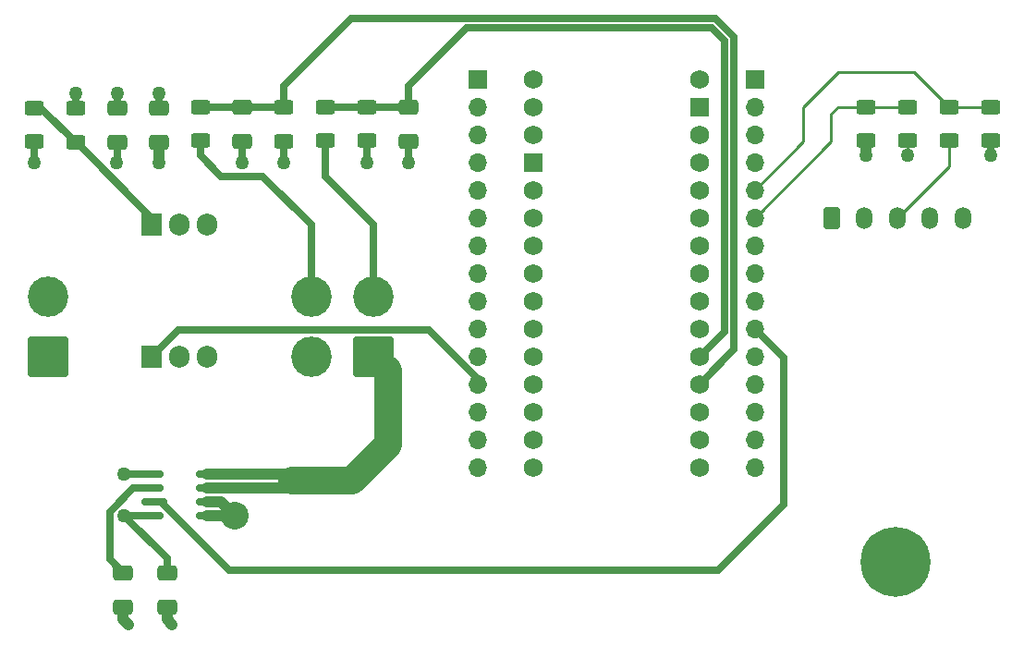
<source format=gbr>
%TF.GenerationSoftware,KiCad,Pcbnew,8.0.1*%
%TF.CreationDate,2024-03-26T10:43:21-04:00*%
%TF.ProjectId,heaterboard-3,68656174-6572-4626-9f61-72642d332e6b,3*%
%TF.SameCoordinates,Original*%
%TF.FileFunction,Copper,L1,Top*%
%TF.FilePolarity,Positive*%
%FSLAX46Y46*%
G04 Gerber Fmt 4.6, Leading zero omitted, Abs format (unit mm)*
G04 Created by KiCad (PCBNEW 8.0.1) date 2024-03-26 10:43:21*
%MOMM*%
%LPD*%
G01*
G04 APERTURE LIST*
G04 Aperture macros list*
%AMRoundRect*
0 Rectangle with rounded corners*
0 $1 Rounding radius*
0 $2 $3 $4 $5 $6 $7 $8 $9 X,Y pos of 4 corners*
0 Add a 4 corners polygon primitive as box body*
4,1,4,$2,$3,$4,$5,$6,$7,$8,$9,$2,$3,0*
0 Add four circle primitives for the rounded corners*
1,1,$1+$1,$2,$3*
1,1,$1+$1,$4,$5*
1,1,$1+$1,$6,$7*
1,1,$1+$1,$8,$9*
0 Add four rect primitives between the rounded corners*
20,1,$1+$1,$2,$3,$4,$5,0*
20,1,$1+$1,$4,$5,$6,$7,0*
20,1,$1+$1,$6,$7,$8,$9,0*
20,1,$1+$1,$8,$9,$2,$3,0*%
G04 Aperture macros list end*
%TA.AperFunction,ComponentPad*%
%ADD10C,6.400000*%
%TD*%
%TA.AperFunction,SMDPad,CuDef*%
%ADD11RoundRect,0.250000X-0.650000X0.412500X-0.650000X-0.412500X0.650000X-0.412500X0.650000X0.412500X0*%
%TD*%
%TA.AperFunction,SMDPad,CuDef*%
%ADD12RoundRect,0.250000X0.625000X-0.400000X0.625000X0.400000X-0.625000X0.400000X-0.625000X-0.400000X0*%
%TD*%
%TA.AperFunction,ComponentPad*%
%ADD13R,1.905000X2.000000*%
%TD*%
%TA.AperFunction,ComponentPad*%
%ADD14O,1.905000X2.000000*%
%TD*%
%TA.AperFunction,ComponentPad*%
%ADD15R,1.700000X1.700000*%
%TD*%
%TA.AperFunction,ComponentPad*%
%ADD16O,1.700000X1.700000*%
%TD*%
%TA.AperFunction,ComponentPad*%
%ADD17RoundRect,0.250002X1.599998X1.599998X-1.599998X1.599998X-1.599998X-1.599998X1.599998X-1.599998X0*%
%TD*%
%TA.AperFunction,ComponentPad*%
%ADD18C,3.700000*%
%TD*%
%TA.AperFunction,SMDPad,CuDef*%
%ADD19RoundRect,0.250000X-0.625000X0.400000X-0.625000X-0.400000X0.625000X-0.400000X0.625000X0.400000X0*%
%TD*%
%TA.AperFunction,SMDPad,CuDef*%
%ADD20RoundRect,0.250000X0.650000X-0.412500X0.650000X0.412500X-0.650000X0.412500X-0.650000X-0.412500X0*%
%TD*%
%TA.AperFunction,ComponentPad*%
%ADD21C,1.727200*%
%TD*%
%TA.AperFunction,ComponentPad*%
%ADD22R,1.727200X1.727200*%
%TD*%
%TA.AperFunction,ComponentPad*%
%ADD23RoundRect,0.250001X-0.499999X-0.759999X0.499999X-0.759999X0.499999X0.759999X-0.499999X0.759999X0*%
%TD*%
%TA.AperFunction,ComponentPad*%
%ADD24O,1.500000X2.020000*%
%TD*%
%TA.AperFunction,SMDPad,CuDef*%
%ADD25RoundRect,0.150000X0.825000X0.150000X-0.825000X0.150000X-0.825000X-0.150000X0.825000X-0.150000X0*%
%TD*%
%TA.AperFunction,ViaPad*%
%ADD26C,0.800000*%
%TD*%
%TA.AperFunction,ViaPad*%
%ADD27C,1.270000*%
%TD*%
%TA.AperFunction,ViaPad*%
%ADD28C,2.540000*%
%TD*%
%TA.AperFunction,Conductor*%
%ADD29C,0.635000*%
%TD*%
%TA.AperFunction,Conductor*%
%ADD30C,1.016000*%
%TD*%
%TA.AperFunction,Conductor*%
%ADD31C,2.540000*%
%TD*%
%TA.AperFunction,Conductor*%
%ADD32C,0.250000*%
%TD*%
G04 APERTURE END LIST*
D10*
%TO.P,H1,1,1*%
%TO.N,GND*%
X162750000Y-107750000D03*
%TD*%
D11*
%TO.P,C6,2*%
%TO.N,GND*%
X96000000Y-111875000D03*
%TO.P,C6,1*%
%TO.N,+5V*%
X96000000Y-108750000D03*
%TD*%
%TO.P,C5,2*%
%TO.N,GND*%
X92000000Y-111875000D03*
%TO.P,C5,1*%
%TO.N,Net-(U2-FILTER)*%
X92000000Y-108750000D03*
%TD*%
D12*
%TO.P,R7,1*%
%TO.N,Net-(J2-Pin_4)*%
X99060000Y-69140000D03*
%TO.P,R7,2*%
%TO.N,/A0*%
X99060000Y-66040000D03*
%TD*%
D11*
%TO.P,C3,1*%
%TO.N,/A0*%
X102870000Y-66040000D03*
%TO.P,C3,2*%
%TO.N,GND*%
X102870000Y-69165000D03*
%TD*%
D13*
%TO.P,Q1,1,G*%
%TO.N,/D9*%
X94630000Y-88900000D03*
D14*
%TO.P,Q1,2,D*%
%TO.N,Net-(J2-Pin_2)*%
X97170000Y-88900000D03*
%TO.P,Q1,3,S*%
%TO.N,GND*%
X99710000Y-88900000D03*
%TD*%
D15*
%TO.P,J6,1,Pin_1*%
%TO.N,+5V*%
X149860000Y-63500000D03*
D16*
%TO.P,J6,2,Pin_2*%
%TO.N,GND*%
X149860000Y-66040000D03*
%TO.P,J6,3,Pin_3*%
%TO.N,/RST2*%
X149860000Y-68580000D03*
%TO.P,J6,4,Pin_4*%
%TO.N,+5V*%
X149860000Y-71120000D03*
%TO.P,J6,5,Pin_5*%
%TO.N,/A7*%
X149860000Y-73660000D03*
%TO.P,J6,6,Pin_6*%
%TO.N,/A6*%
X149860000Y-76200000D03*
%TO.P,J6,7,Pin_7*%
%TO.N,/A5*%
X149860000Y-78740000D03*
%TO.P,J6,8,Pin_8*%
%TO.N,/A4*%
X149860000Y-81280000D03*
%TO.P,J6,9,Pin_9*%
%TO.N,/A3*%
X149860000Y-83820000D03*
%TO.P,J6,10,Pin_10*%
%TO.N,/A2*%
X149860000Y-86360000D03*
%TO.P,J6,11,Pin_11*%
%TO.N,/A1*%
X149860000Y-88900000D03*
%TO.P,J6,12,Pin_12*%
%TO.N,/A0*%
X149860000Y-91440000D03*
%TO.P,J6,13,Pin_13*%
%TO.N,/AREF*%
X149860000Y-93980000D03*
%TO.P,J6,14,Pin_14*%
%TO.N,+3V3*%
X149860000Y-96520000D03*
%TO.P,J6,15,Pin_15*%
%TO.N,/D13*%
X149860000Y-99060000D03*
%TD*%
D17*
%TO.P,J1,1,Pin_1*%
%TO.N,GND*%
X85105000Y-88900000D03*
D18*
%TO.P,J1,2,Pin_2*%
%TO.N,+12V*%
X85105000Y-83400000D03*
%TD*%
D12*
%TO.P,R2,1*%
%TO.N,Net-(U1-ADJ)*%
X87630000Y-69285000D03*
%TO.P,R2,2*%
%TO.N,GND*%
X87630000Y-66185000D03*
%TD*%
D17*
%TO.P,J2,1,Pin_1*%
%TO.N,Net-(J2-Pin_1)*%
X114935000Y-88900000D03*
D18*
%TO.P,J2,2,Pin_2*%
%TO.N,Net-(J2-Pin_2)*%
X109235000Y-88900000D03*
%TO.P,J2,3,Pin_3*%
%TO.N,Net-(J2-Pin_3)*%
X114935000Y-83400000D03*
%TO.P,J2,4,Pin_4*%
%TO.N,Net-(J2-Pin_4)*%
X109235000Y-83400000D03*
%TD*%
D13*
%TO.P,U1,1,ADJ*%
%TO.N,Net-(U1-ADJ)*%
X94615000Y-76835000D03*
D14*
%TO.P,U1,2,VO*%
%TO.N,+5V*%
X97155000Y-76835000D03*
%TO.P,U1,3,VI*%
%TO.N,+12V*%
X99695000Y-76835000D03*
%TD*%
D19*
%TO.P,R6,1*%
%TO.N,/A7*%
X171450000Y-66040000D03*
%TO.P,R6,2*%
%TO.N,GND*%
X171450000Y-69140000D03*
%TD*%
D11*
%TO.P,C4,1*%
%TO.N,/A1*%
X118110000Y-66040000D03*
%TO.P,C4,2*%
%TO.N,GND*%
X118110000Y-69165000D03*
%TD*%
D20*
%TO.P,C2,1*%
%TO.N,+5V*%
X91440000Y-69235000D03*
%TO.P,C2,2*%
%TO.N,GND*%
X91440000Y-66110000D03*
%TD*%
D21*
%TO.P,A1,3V3,3.3V*%
%TO.N,+3V3*%
X144780000Y-96520000D03*
%TO.P,A1,5V,5V*%
%TO.N,+5V*%
X144780000Y-71120000D03*
%TO.P,A1,A0,A0*%
%TO.N,/A0*%
X144780000Y-91440000D03*
%TO.P,A1,A1,A1*%
%TO.N,/A1*%
X144780000Y-88900000D03*
%TO.P,A1,A2,A2*%
%TO.N,/A2*%
X144780000Y-86360000D03*
%TO.P,A1,A3,A3*%
%TO.N,/A3*%
X144780000Y-83820000D03*
%TO.P,A1,A4,A4/SDA*%
%TO.N,/A4*%
X144780000Y-81280000D03*
%TO.P,A1,A5,A5/SCL*%
%TO.N,/A5*%
X144780000Y-78740000D03*
%TO.P,A1,A6,A6*%
%TO.N,/A6*%
X144780000Y-76200000D03*
%TO.P,A1,A7,A7*%
%TO.N,/A7*%
X144780000Y-73660000D03*
%TO.P,A1,AREF,AREF*%
%TO.N,/AREF*%
X144780000Y-93980000D03*
%TO.P,A1,D0,D0/RX*%
%TO.N,/D0*%
X129540000Y-66040000D03*
%TO.P,A1,D1,D1/TX*%
%TO.N,/D1*%
X129540000Y-63500000D03*
%TO.P,A1,D2,D2_INT0*%
%TO.N,/D2*%
X129540000Y-73660000D03*
%TO.P,A1,D3,D3_INT1*%
%TO.N,/D3*%
X129540000Y-76200000D03*
%TO.P,A1,D4,D4*%
%TO.N,/D4*%
X129540000Y-78740000D03*
%TO.P,A1,D5,D5*%
%TO.N,/D5*%
X129540000Y-81280000D03*
%TO.P,A1,D6,D6*%
%TO.N,/D6*%
X129540000Y-83820000D03*
%TO.P,A1,D7,D7*%
%TO.N,/D7*%
X129540000Y-86360000D03*
%TO.P,A1,D8,D8*%
%TO.N,/D8*%
X129540000Y-88900000D03*
%TO.P,A1,D9,D9*%
%TO.N,/D9*%
X129540000Y-91440000D03*
%TO.P,A1,D10,D10*%
%TO.N,/D10*%
X129540000Y-93980000D03*
%TO.P,A1,D11,D11_MOSI*%
%TO.N,/D11*%
X129540000Y-96520000D03*
%TO.P,A1,D12,D12_MISO*%
%TO.N,/D12*%
X129540000Y-99060000D03*
%TO.P,A1,D13,D13_SCK*%
%TO.N,/D13*%
X144780000Y-99060000D03*
D22*
%TO.P,A1,GND1,GND*%
%TO.N,GND*%
X129540000Y-71120000D03*
%TO.P,A1,GND2,GND*%
X144780000Y-66040000D03*
D21*
%TO.P,A1,RST1,RESET*%
%TO.N,/RST1*%
X129540000Y-68580000D03*
%TO.P,A1,RST2,RESET*%
%TO.N,/RST2*%
X144780000Y-68580000D03*
%TO.P,A1,VIN,VIN*%
%TO.N,+5V*%
X144780000Y-63500000D03*
%TD*%
D15*
%TO.P,J5,1,Pin_1*%
%TO.N,/D1*%
X124460000Y-63500000D03*
D16*
%TO.P,J5,2,Pin_2*%
%TO.N,/D0*%
X124460000Y-66040000D03*
%TO.P,J5,3,Pin_3*%
%TO.N,/RST1*%
X124460000Y-68580000D03*
%TO.P,J5,4,Pin_4*%
%TO.N,GND*%
X124460000Y-71120000D03*
%TO.P,J5,5,Pin_5*%
%TO.N,/D2*%
X124460000Y-73660000D03*
%TO.P,J5,6,Pin_6*%
%TO.N,/D3*%
X124460000Y-76200000D03*
%TO.P,J5,7,Pin_7*%
%TO.N,/D4*%
X124460000Y-78740000D03*
%TO.P,J5,8,Pin_8*%
%TO.N,/D5*%
X124460000Y-81280000D03*
%TO.P,J5,9,Pin_9*%
%TO.N,/D6*%
X124460000Y-83820000D03*
%TO.P,J5,10,Pin_10*%
%TO.N,/D7*%
X124460000Y-86360000D03*
%TO.P,J5,11,Pin_11*%
%TO.N,/D8*%
X124460000Y-88900000D03*
%TO.P,J5,12,Pin_12*%
%TO.N,/D9*%
X124460000Y-91440000D03*
%TO.P,J5,13,Pin_13*%
%TO.N,/D10*%
X124460000Y-93980000D03*
%TO.P,J5,14,Pin_14*%
%TO.N,/D11*%
X124460000Y-96520000D03*
%TO.P,J5,15,Pin_15*%
%TO.N,/D12*%
X124460000Y-99060000D03*
%TD*%
D19*
%TO.P,R4,1*%
%TO.N,/A6*%
X163830000Y-66040000D03*
%TO.P,R4,2*%
%TO.N,GND*%
X163830000Y-69140000D03*
%TD*%
%TO.P,R8,1*%
%TO.N,/A0*%
X106680000Y-66065000D03*
%TO.P,R8,2*%
%TO.N,GND*%
X106680000Y-69165000D03*
%TD*%
D12*
%TO.P,R1,1*%
%TO.N,+5V*%
X83820000Y-69210000D03*
%TO.P,R1,2*%
%TO.N,Net-(U1-ADJ)*%
X83820000Y-66110000D03*
%TD*%
%TO.P,R5,1*%
%TO.N,Net-(J4-Pin_3)*%
X167640000Y-69140000D03*
%TO.P,R5,2*%
%TO.N,/A7*%
X167640000Y-66040000D03*
%TD*%
D23*
%TO.P,J4,1,Pin_1*%
%TO.N,unconnected-(J4-Pin_1-Pad1)*%
X156910000Y-76200000D03*
D24*
%TO.P,J4,2,Pin_2*%
%TO.N,+12V*%
X159910000Y-76200000D03*
%TO.P,J4,3,Pin_3*%
%TO.N,Net-(J4-Pin_3)*%
X162910000Y-76200000D03*
%TO.P,J4,4,Pin_4*%
%TO.N,+12V*%
X165910000Y-76200000D03*
%TO.P,J4,5,Pin_5*%
%TO.N,GND*%
X168910000Y-76200000D03*
%TD*%
D12*
%TO.P,R3,1*%
%TO.N,+12V*%
X160020000Y-69140000D03*
%TO.P,R3,2*%
%TO.N,/A6*%
X160020000Y-66040000D03*
%TD*%
%TO.P,R9,1*%
%TO.N,Net-(J2-Pin_3)*%
X110490000Y-69140000D03*
%TO.P,R9,2*%
%TO.N,/A1*%
X110490000Y-66040000D03*
%TD*%
D19*
%TO.P,R10,1*%
%TO.N,/A1*%
X114300000Y-66040000D03*
%TO.P,R10,2*%
%TO.N,GND*%
X114300000Y-69140000D03*
%TD*%
D20*
%TO.P,C1,1*%
%TO.N,+12V*%
X95250000Y-69235000D03*
%TO.P,C1,2*%
%TO.N,GND*%
X95250000Y-66110000D03*
%TD*%
D25*
%TO.P,U2,1,IP+*%
%TO.N,+12V*%
X99645000Y-103505000D03*
%TO.P,U2,2,IP+*%
X99645000Y-102235000D03*
%TO.P,U2,3,IP-*%
%TO.N,Net-(J2-Pin_1)*%
X99645000Y-100965000D03*
%TO.P,U2,4,IP-*%
X99645000Y-99695000D03*
%TO.P,U2,5,GND*%
%TO.N,GND*%
X94695000Y-99695000D03*
%TO.P,U2,6,FILTER*%
%TO.N,Net-(U2-FILTER)*%
X94695000Y-100965000D03*
%TO.P,U2,7,VIOUT*%
%TO.N,/A2*%
X94695000Y-102235000D03*
%TO.P,U2,8,VCC*%
%TO.N,+5V*%
X94695000Y-103505000D03*
%TD*%
D26*
%TO.N,GND*%
X92500000Y-113500000D03*
X96500000Y-113500000D03*
D27*
X171450000Y-70485000D03*
X102870000Y-71120000D03*
X92090000Y-99695000D03*
X106680000Y-71120000D03*
X87630000Y-64770000D03*
X163830000Y-70485000D03*
X91440000Y-64770000D03*
X114300000Y-71120000D03*
X95250000Y-64770000D03*
X118110000Y-71120000D03*
%TO.N,+12V*%
X95250000Y-71120000D03*
D28*
X102250000Y-103505000D03*
D27*
X160020000Y-70485000D03*
%TO.N,+5V*%
X83820000Y-71120000D03*
X92090000Y-103505000D03*
X91400250Y-71159750D03*
%TD*%
D29*
%TO.N,+5V*%
X92090000Y-103505000D02*
X96000000Y-107415000D01*
X96000000Y-107415000D02*
X96000000Y-108750000D01*
%TO.N,/A2*%
X152500000Y-89000000D02*
X149860000Y-86360000D01*
X146500000Y-108500000D02*
X152500000Y-102500000D01*
X101689512Y-108500000D02*
X146500000Y-108500000D01*
X94695000Y-102235000D02*
X95424512Y-102235000D01*
X95424512Y-102235000D02*
X101689512Y-108500000D01*
X152500000Y-102500000D02*
X152500000Y-89000000D01*
%TO.N,Net-(U2-FILTER)*%
X90750000Y-107500000D02*
X92000000Y-108750000D01*
X92923751Y-100965000D02*
X90750000Y-103138751D01*
X94695000Y-100965000D02*
X92923751Y-100965000D01*
X90750000Y-103138751D02*
X90750000Y-107500000D01*
D30*
%TO.N,GND*%
X92000000Y-113000000D02*
X92500000Y-113500000D01*
X92000000Y-111875000D02*
X92000000Y-113000000D01*
X96000000Y-113000000D02*
X96500000Y-113500000D01*
X96000000Y-111875000D02*
X96000000Y-113000000D01*
D31*
%TO.N,Net-(J2-Pin_1)*%
X116250000Y-97000000D02*
X113000000Y-100250000D01*
X113000000Y-100250000D02*
X107500000Y-100250000D01*
X116250000Y-90215000D02*
X116250000Y-97000000D01*
X114935000Y-88900000D02*
X116250000Y-90215000D01*
D30*
X106945000Y-99695000D02*
X107500000Y-100250000D01*
X99645000Y-99695000D02*
X106945000Y-99695000D01*
X99645000Y-100965000D02*
X106785000Y-100965000D01*
X106785000Y-100965000D02*
X107500000Y-100250000D01*
D29*
%TO.N,/A2*%
X94695000Y-102235000D02*
X95669999Y-102235000D01*
%TO.N,/D9*%
X120028195Y-86478500D02*
X124989695Y-91440000D01*
X94630000Y-88900000D02*
X97051500Y-86478500D01*
X97051500Y-86478500D02*
X120028195Y-86478500D01*
D32*
%TO.N,/A0*%
X107390000Y-66065000D02*
X106680000Y-66065000D01*
D29*
X147955000Y-88265000D02*
X144780000Y-91440000D01*
X102870000Y-66040000D02*
X106655000Y-66040000D01*
X106680000Y-64135000D02*
X112899000Y-57916000D01*
X112899000Y-57916000D02*
X146258764Y-57916000D01*
X106680000Y-66065000D02*
X106680000Y-64135000D01*
X147955000Y-59612236D02*
X147955000Y-88265000D01*
X99060000Y-66040000D02*
X102870000Y-66040000D01*
X146258764Y-57916000D02*
X147955000Y-59612236D01*
D32*
X106680000Y-66065000D02*
X106680000Y-66040000D01*
D29*
X106655000Y-66040000D02*
X106680000Y-66065000D01*
%TO.N,/A1*%
X114300000Y-66040000D02*
X118110000Y-66040000D01*
X118110000Y-66040000D02*
X118110000Y-64135000D01*
X118110000Y-64135000D02*
X123440000Y-58805000D01*
X147066000Y-86614000D02*
X144780000Y-88900000D01*
X147066000Y-59980472D02*
X147066000Y-86614000D01*
X110490000Y-66040000D02*
X114300000Y-66040000D01*
X123440000Y-58805000D02*
X145890528Y-58805000D01*
X145890528Y-58805000D02*
X147066000Y-59980472D01*
D32*
%TO.N,/A6*%
X149860000Y-76200000D02*
X156845000Y-69215000D01*
X156845000Y-66675000D02*
X157480000Y-66040000D01*
X156845000Y-69215000D02*
X156845000Y-66675000D01*
X157480000Y-66040000D02*
X160020000Y-66040000D01*
X160020000Y-66040000D02*
X163830000Y-66040000D01*
%TO.N,/A7*%
X154305000Y-69215000D02*
X154305000Y-66040000D01*
X149860000Y-73660000D02*
X154305000Y-69215000D01*
X167640000Y-66040000D02*
X171450000Y-66040000D01*
X154305000Y-66040000D02*
X157480000Y-62865000D01*
X157480000Y-62865000D02*
X164465000Y-62865000D01*
X164465000Y-62865000D02*
X167640000Y-66040000D01*
D29*
%TO.N,GND*%
X114300000Y-69140000D02*
X114300000Y-71120000D01*
X102870000Y-69165000D02*
X102870000Y-71120000D01*
X91440000Y-66110000D02*
X91440000Y-64770000D01*
X171450000Y-69140000D02*
X171450000Y-70485000D01*
X106680000Y-69165000D02*
X106680000Y-71120000D01*
X87630000Y-66185000D02*
X87630000Y-64770000D01*
X118110000Y-69165000D02*
X118110000Y-71120000D01*
X94695000Y-99695000D02*
X92090000Y-99695000D01*
D32*
X163830000Y-69140000D02*
X163830000Y-70485000D01*
X163120000Y-69140000D02*
X163830000Y-69140000D01*
D29*
X95250000Y-66110000D02*
X95250000Y-64770000D01*
D30*
%TO.N,+12V*%
X99645000Y-103505000D02*
X102250000Y-103505000D01*
X160020000Y-69140000D02*
X160020000Y-70485000D01*
X100980000Y-102235000D02*
X99645000Y-102235000D01*
X102250000Y-103505000D02*
X100980000Y-102235000D01*
X95250000Y-71120000D02*
X95250000Y-69235000D01*
D32*
%TO.N,Net-(J4-Pin_3)*%
X167640000Y-71470000D02*
X162910000Y-76200000D01*
X167640000Y-69140000D02*
X167640000Y-71470000D01*
D29*
%TO.N,+5V*%
X91400250Y-71159750D02*
X91440000Y-71120000D01*
X94695000Y-103505000D02*
X92090000Y-103505000D01*
X83820000Y-69210000D02*
X83820000Y-71120000D01*
X91440000Y-71120000D02*
X91440000Y-69235000D01*
%TO.N,Net-(U1-ADJ)*%
X84455000Y-66110000D02*
X87630000Y-69285000D01*
X94615000Y-76200000D02*
X94615000Y-76835000D01*
X83820000Y-66110000D02*
X84455000Y-66110000D01*
X87700000Y-69285000D02*
X94615000Y-76200000D01*
X87630000Y-69285000D02*
X87700000Y-69285000D01*
%TO.N,Net-(J2-Pin_3)*%
X114935000Y-76835000D02*
X110490000Y-72390000D01*
X114935000Y-83400000D02*
X114935000Y-76835000D01*
X110490000Y-72390000D02*
X110490000Y-69140000D01*
%TO.N,Net-(J2-Pin_4)*%
X99060000Y-69140000D02*
X99060000Y-70485000D01*
X109235000Y-76850000D02*
X109235000Y-83400000D01*
X100965000Y-72390000D02*
X104775000Y-72390000D01*
X99060000Y-70485000D02*
X100965000Y-72390000D01*
X104775000Y-72390000D02*
X109235000Y-76850000D01*
%TD*%
M02*

</source>
